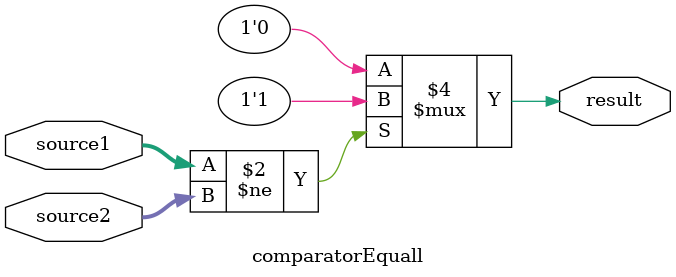
<source format=v>
`timescale 1ns / 1ps


module comparatorEquall #(parameter size=8)(
    input[size-1:0] source1,
    input[size-1:0] source2,
    output reg result
    );
    
    always@(*)
    begin
    if (source1!=source2) result = 1'b1;
    else result =1'b0;
    end 
endmodule

</source>
